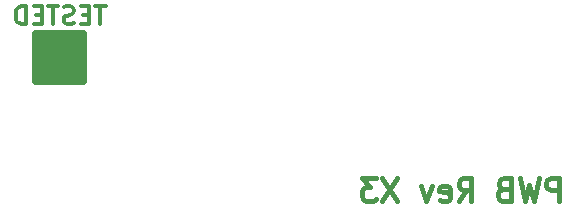
<source format=gbo>
G04 #@! TF.FileFunction,Legend,Bot*
%FSLAX46Y46*%
G04 Gerber Fmt 4.6, Leading zero omitted, Abs format (unit mm)*
G04 Created by KiCad (PCBNEW (after 2015-mar-04 BZR unknown)-product) date 5/18/2015 8:07:22 PM*
%MOMM*%
G01*
G04 APERTURE LIST*
%ADD10C,0.150000*%
%ADD11C,0.381000*%
%ADD12C,0.650000*%
%ADD13C,0.304800*%
G04 APERTURE END LIST*
D10*
D11*
X63394429Y-102428786D02*
X63394429Y-100523786D01*
X62668714Y-100523786D01*
X62487286Y-100614500D01*
X62396571Y-100705214D01*
X62305857Y-100886643D01*
X62305857Y-101158786D01*
X62396571Y-101340214D01*
X62487286Y-101430929D01*
X62668714Y-101521643D01*
X63394429Y-101521643D01*
X61670857Y-100523786D02*
X61217286Y-102428786D01*
X60854429Y-101068071D01*
X60491571Y-102428786D01*
X60038000Y-100523786D01*
X58677286Y-101430929D02*
X58405143Y-101521643D01*
X58314428Y-101612357D01*
X58223714Y-101793786D01*
X58223714Y-102065929D01*
X58314428Y-102247357D01*
X58405143Y-102338071D01*
X58586571Y-102428786D01*
X59312286Y-102428786D01*
X59312286Y-100523786D01*
X58677286Y-100523786D01*
X58495857Y-100614500D01*
X58405143Y-100705214D01*
X58314428Y-100886643D01*
X58314428Y-101068071D01*
X58405143Y-101249500D01*
X58495857Y-101340214D01*
X58677286Y-101430929D01*
X59312286Y-101430929D01*
X54867285Y-102428786D02*
X55502285Y-101521643D01*
X55955857Y-102428786D02*
X55955857Y-100523786D01*
X55230142Y-100523786D01*
X55048714Y-100614500D01*
X54957999Y-100705214D01*
X54867285Y-100886643D01*
X54867285Y-101158786D01*
X54957999Y-101340214D01*
X55048714Y-101430929D01*
X55230142Y-101521643D01*
X55955857Y-101521643D01*
X53325142Y-102338071D02*
X53506571Y-102428786D01*
X53869428Y-102428786D01*
X54050857Y-102338071D01*
X54141571Y-102156643D01*
X54141571Y-101430929D01*
X54050857Y-101249500D01*
X53869428Y-101158786D01*
X53506571Y-101158786D01*
X53325142Y-101249500D01*
X53234428Y-101430929D01*
X53234428Y-101612357D01*
X54141571Y-101793786D01*
X52599428Y-101158786D02*
X52145857Y-102428786D01*
X51692285Y-101158786D01*
X49696570Y-100523786D02*
X48426570Y-102428786D01*
X48426570Y-100523786D02*
X49696570Y-102428786D01*
X47882284Y-100523786D02*
X46702998Y-100523786D01*
X47337998Y-101249500D01*
X47065856Y-101249500D01*
X46884427Y-101340214D01*
X46793713Y-101430929D01*
X46702998Y-101612357D01*
X46702998Y-102065929D01*
X46793713Y-102247357D01*
X46884427Y-102338071D01*
X47065856Y-102428786D01*
X47610141Y-102428786D01*
X47791570Y-102338071D01*
X47882284Y-102247357D01*
D12*
X19092000Y-88288000D02*
X23092000Y-88288000D01*
X23092000Y-88288000D02*
X23092000Y-92288000D01*
X23092000Y-92288000D02*
X19092000Y-92288000D01*
X19092000Y-92288000D02*
X19092000Y-88288000D01*
X19092000Y-88288000D02*
X19092000Y-88788000D01*
X19092000Y-88788000D02*
X23092000Y-88788000D01*
X23092000Y-88788000D02*
X23092000Y-89288000D01*
X23092000Y-89288000D02*
X19092000Y-89288000D01*
X19092000Y-89288000D02*
X19092000Y-89788000D01*
X19092000Y-89788000D02*
X23092000Y-89788000D01*
X23092000Y-89788000D02*
X23092000Y-90288000D01*
X23092000Y-90288000D02*
X19092000Y-90288000D01*
X19092000Y-90288000D02*
X19092000Y-90788000D01*
X19092000Y-90788000D02*
X22592000Y-90788000D01*
X22592000Y-90788000D02*
X23092000Y-90788000D01*
X23092000Y-90788000D02*
X23092000Y-91288000D01*
X23092000Y-91288000D02*
X19092000Y-91288000D01*
X19092000Y-91288000D02*
X19092000Y-91788000D01*
X19092000Y-91788000D02*
X23092000Y-91788000D01*
D13*
X24974571Y-85953429D02*
X24103714Y-85953429D01*
X24539143Y-87477429D02*
X24539143Y-85953429D01*
X23595714Y-86679143D02*
X23087714Y-86679143D01*
X22870000Y-87477429D02*
X23595714Y-87477429D01*
X23595714Y-85953429D01*
X22870000Y-85953429D01*
X22289428Y-87404857D02*
X22071714Y-87477429D01*
X21708857Y-87477429D01*
X21563714Y-87404857D01*
X21491143Y-87332286D01*
X21418571Y-87187143D01*
X21418571Y-87042000D01*
X21491143Y-86896857D01*
X21563714Y-86824286D01*
X21708857Y-86751714D01*
X21999143Y-86679143D01*
X22144285Y-86606571D01*
X22216857Y-86534000D01*
X22289428Y-86388857D01*
X22289428Y-86243714D01*
X22216857Y-86098571D01*
X22144285Y-86026000D01*
X21999143Y-85953429D01*
X21636285Y-85953429D01*
X21418571Y-86026000D01*
X20983142Y-85953429D02*
X20112285Y-85953429D01*
X20547714Y-87477429D02*
X20547714Y-85953429D01*
X19604285Y-86679143D02*
X19096285Y-86679143D01*
X18878571Y-87477429D02*
X19604285Y-87477429D01*
X19604285Y-85953429D01*
X18878571Y-85953429D01*
X18225428Y-87477429D02*
X18225428Y-85953429D01*
X17862571Y-85953429D01*
X17644856Y-86026000D01*
X17499714Y-86171143D01*
X17427142Y-86316286D01*
X17354571Y-86606571D01*
X17354571Y-86824286D01*
X17427142Y-87114571D01*
X17499714Y-87259714D01*
X17644856Y-87404857D01*
X17862571Y-87477429D01*
X18225428Y-87477429D01*
M02*

</source>
